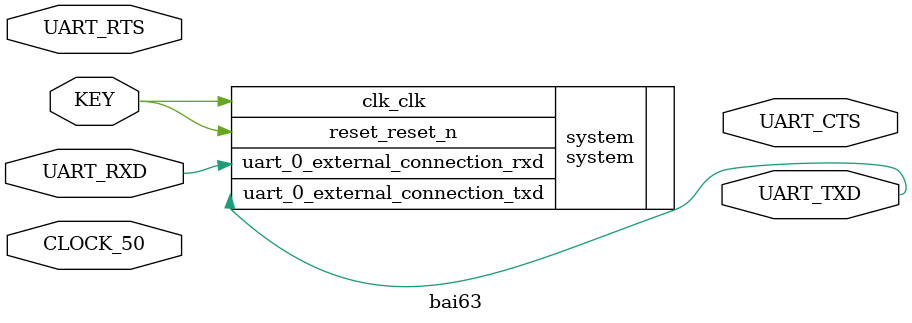
<source format=v>
module bai63 (input CLOCK_50, 
input [0:0]KEY,
input UART_RXD, 
output UART_TXD, 
output UART_CTS, 
input UART_RTS);

system system(
	.clk_clk	(KEY[0]),
	.reset_reset_n (KEY[0]),
	.uart_0_external_connection_rxd	(UART_RXD),
	.uart_0_external_connection_txd	(UART_TXD)
);

endmodule
</source>
